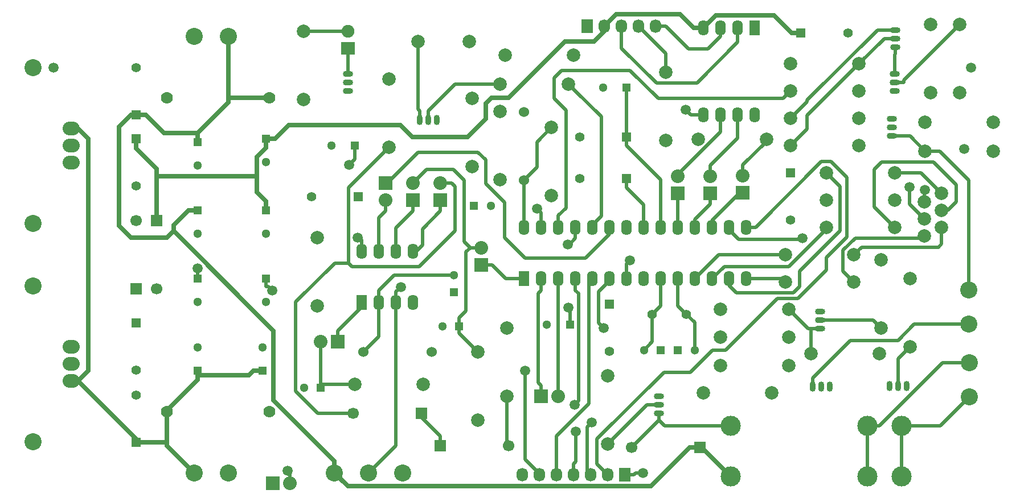
<source format=gbr>
G04 #@! TF.FileFunction,Copper,L2,Bot,Signal*
%FSLAX46Y46*%
G04 Gerber Fmt 4.6, Leading zero omitted, Abs format (unit mm)*
G04 Created by KiCad (PCBNEW no-vcs-found-product) date Tue Sep  6 23:30:38 2016*
%MOMM*%
%LPD*%
G01*
G04 APERTURE LIST*
%ADD10C,0.100000*%
%ADD11C,1.998980*%
%ADD12R,1.300000X1.300000*%
%ADD13C,1.300000*%
%ADD14C,1.524000*%
%ADD15O,0.899160X1.501140*%
%ADD16O,1.501140X0.899160*%
%ADD17R,1.400000X1.400000*%
%ADD18C,1.400000*%
%ADD19C,1.699260*%
%ADD20R,1.699260X1.699260*%
%ADD21O,2.540000X2.032000*%
%ADD22C,2.540000*%
%ADD23C,1.778000*%
%ADD24C,2.000000*%
%ADD25C,1.500000*%
%ADD26R,1.600000X2.300000*%
%ADD27O,1.600000X2.300000*%
%ADD28R,2.000000X1.900000*%
%ADD29C,1.900000*%
%ADD30C,3.000000*%
%ADD31R,1.727200X2.032000*%
%ADD32O,1.727200X2.032000*%
%ADD33C,1.422400*%
%ADD34R,2.032000X2.032000*%
%ADD35O,2.032000X2.032000*%
%ADD36C,0.500000*%
%ADD37C,0.700000*%
G04 APERTURE END LIST*
D10*
D11*
X123444000Y-109220000D03*
X123444000Y-99060000D03*
D12*
X143764000Y-107188000D03*
D13*
X143764000Y-104688000D03*
D14*
X140462000Y-116078000D03*
X130302000Y-116078000D03*
D11*
X129032000Y-120904000D03*
X139192000Y-120904000D03*
D15*
X139954000Y-81534000D03*
X138684000Y-81534000D03*
X141224000Y-81534000D03*
D12*
X146725000Y-94361000D03*
D13*
X149225000Y-94361000D03*
D16*
X128016000Y-75946000D03*
X128016000Y-74676000D03*
X128016000Y-77216000D03*
D17*
X129540000Y-92964000D03*
D18*
X122540000Y-92964000D03*
D11*
X146431000Y-78359000D03*
X146431000Y-88519000D03*
X134112000Y-85598000D03*
X134112000Y-75438000D03*
X150622000Y-80264000D03*
X150622000Y-90424000D03*
X161544000Y-71882000D03*
X151384000Y-71882000D03*
D17*
X169418000Y-84074000D03*
D18*
X162418000Y-84074000D03*
D11*
X150622000Y-76200000D03*
X160782000Y-76200000D03*
X175260000Y-84582000D03*
X175260000Y-74422000D03*
D17*
X169418000Y-90297000D03*
D18*
X162418000Y-90297000D03*
D11*
X158242000Y-82677000D03*
X158242000Y-92837000D03*
D14*
X154114000Y-80391000D03*
X154114000Y-90551000D03*
D19*
X170179480Y-130304540D03*
D20*
X180339480Y-130304540D03*
D16*
X174244000Y-123952000D03*
X174244000Y-125222000D03*
X174244000Y-122682000D03*
D11*
X166624000Y-129794000D03*
X166624000Y-119634000D03*
X211582000Y-115316000D03*
X211582000Y-105156000D03*
X207264000Y-112522000D03*
X207264000Y-102362000D03*
D17*
X166878000Y-108966000D03*
D18*
X166878000Y-115966000D03*
D12*
X177038000Y-115824000D03*
D13*
X179538000Y-115824000D03*
D12*
X174498000Y-115824000D03*
D13*
X171998000Y-115824000D03*
D11*
X193548000Y-118110000D03*
X183388000Y-118110000D03*
D15*
X209804000Y-121158000D03*
X211074000Y-121158000D03*
X208534000Y-121158000D03*
X198374000Y-121285000D03*
X197104000Y-121285000D03*
X199644000Y-121285000D03*
D11*
X190944000Y-122174000D03*
X180784000Y-122174000D03*
X193548000Y-113856000D03*
X183388000Y-113856000D03*
X207010000Y-116332000D03*
X196850000Y-116332000D03*
X203962000Y-77216000D03*
X193802000Y-77216000D03*
X199136000Y-89408000D03*
X209296000Y-89408000D03*
X203962000Y-81280000D03*
X193802000Y-81280000D03*
X193802000Y-85344000D03*
X203962000Y-85344000D03*
X190182000Y-84455000D03*
X180022000Y-84455000D03*
X203962000Y-73152000D03*
X193802000Y-73152000D03*
X214630000Y-77470000D03*
X214630000Y-67310000D03*
X213741000Y-81851500D03*
X223901000Y-81851500D03*
D16*
X209296000Y-75946000D03*
X209296000Y-74676000D03*
X209296000Y-77216000D03*
X209360000Y-69405500D03*
X209360000Y-68135500D03*
X209360000Y-70675500D03*
D11*
X213741000Y-86169500D03*
X223901000Y-86169500D03*
X218948000Y-67310000D03*
X218948000Y-77470000D03*
D16*
X208852000Y-82677000D03*
X208852000Y-83947000D03*
X208852000Y-81407000D03*
X198184000Y-111316000D03*
X198184000Y-112586000D03*
X198184000Y-110046000D03*
D11*
X199136000Y-97536000D03*
X209296000Y-97536000D03*
X193040000Y-105664000D03*
X203200000Y-105664000D03*
X193040000Y-101600000D03*
X203200000Y-101600000D03*
X183388000Y-109728000D03*
X193548000Y-109728000D03*
X209296000Y-93472000D03*
X199136000Y-93472000D03*
D17*
X96520000Y-129540000D03*
D18*
X96520000Y-122540000D03*
D19*
X99570540Y-106680520D03*
D20*
X99570540Y-96520520D03*
D19*
X96517460Y-96519480D03*
D20*
X96517460Y-106679480D03*
D17*
X96520000Y-111760000D03*
D18*
X96520000Y-118760000D03*
D21*
X86868000Y-117856000D03*
X86868000Y-115316000D03*
X86868000Y-120396000D03*
D22*
X81153000Y-106248200D03*
X81153000Y-129463800D03*
D11*
X151638000Y-122682000D03*
X151638000Y-112522000D03*
X147320000Y-126238000D03*
X147320000Y-116078000D03*
D19*
X128777480Y-125224540D03*
D20*
X138937480Y-125224540D03*
D19*
X151892520Y-130045460D03*
D20*
X141732520Y-130045460D03*
D11*
X121412000Y-78486000D03*
X121412000Y-68326000D03*
D23*
X116332000Y-78232000D03*
X101092000Y-78232000D03*
D24*
X146039840Y-69850000D03*
X138440160Y-69850000D03*
D17*
X96520000Y-80772000D03*
D18*
X96520000Y-73772000D03*
D17*
X96520000Y-84328000D03*
D18*
X96520000Y-91328000D03*
D21*
X86868000Y-85344000D03*
X86868000Y-82804000D03*
X86868000Y-87884000D03*
D22*
X81153000Y-73736200D03*
X81153000Y-96951800D03*
D23*
X101092000Y-124968000D03*
X116332000Y-124968000D03*
D17*
X193802000Y-89408000D03*
D18*
X193802000Y-96408000D03*
D17*
X195326000Y-68580000D03*
D18*
X202326000Y-68580000D03*
D25*
X220599000Y-73787000D03*
X84201000Y-73787000D03*
D26*
X130048000Y-108712000D03*
D27*
X132588000Y-108712000D03*
X135128000Y-108712000D03*
X137668000Y-108712000D03*
X137668000Y-101092000D03*
X135128000Y-101092000D03*
X132588000Y-101092000D03*
X130048000Y-101092000D03*
D26*
X154178000Y-105156000D03*
D27*
X156718000Y-105156000D03*
X159258000Y-105156000D03*
X161798000Y-105156000D03*
X164338000Y-105156000D03*
X166878000Y-105156000D03*
X169418000Y-105156000D03*
X171958000Y-105156000D03*
X174498000Y-105156000D03*
X177038000Y-105156000D03*
X179578000Y-105156000D03*
X182118000Y-105156000D03*
X184658000Y-105156000D03*
X187198000Y-105156000D03*
X187198000Y-97536000D03*
X184658000Y-97536000D03*
X182118000Y-97536000D03*
X179578000Y-97536000D03*
X177038000Y-97536000D03*
X174498000Y-97536000D03*
X171958000Y-97536000D03*
X169418000Y-97536000D03*
X166878000Y-97536000D03*
X164338000Y-97536000D03*
X161798000Y-97536000D03*
X159258000Y-97536000D03*
X156718000Y-97536000D03*
X154178000Y-97536000D03*
D13*
X105664000Y-108656000D03*
D12*
X105664000Y-105156000D03*
D13*
X105664000Y-115372000D03*
D12*
X105664000Y-118872000D03*
D13*
X115316000Y-115372000D03*
D12*
X115316000Y-118872000D03*
D13*
X115824000Y-108656000D03*
D12*
X115824000Y-105156000D03*
D13*
X105664000Y-88336000D03*
D12*
X105664000Y-84836000D03*
D13*
X105664000Y-98496000D03*
D12*
X105664000Y-94996000D03*
D13*
X115824000Y-87828000D03*
D12*
X115824000Y-84328000D03*
D13*
X115824000Y-98496000D03*
D12*
X115824000Y-94996000D03*
D13*
X157536000Y-112014000D03*
D12*
X161036000Y-112014000D03*
D13*
X165918000Y-76708000D03*
D12*
X169418000Y-76708000D03*
D13*
X125532000Y-85344000D03*
D12*
X129032000Y-85344000D03*
X144526000Y-112268000D03*
D13*
X142026000Y-112268000D03*
D22*
X105156000Y-134112000D03*
X110236000Y-134112000D03*
X110236000Y-69088000D03*
X105156000Y-69088000D03*
X220282000Y-111950000D03*
X220282000Y-106870000D03*
X220345000Y-122809000D03*
X220345000Y-117729000D03*
D28*
X128016000Y-70866000D03*
D29*
X128016000Y-68326000D03*
D26*
X188468000Y-67818000D03*
D27*
X185928000Y-67818000D03*
X183388000Y-67818000D03*
X180848000Y-67818000D03*
X180848000Y-80772000D03*
X183388000Y-80772000D03*
X185928000Y-80772000D03*
X188468000Y-80772000D03*
D24*
X213678000Y-98806000D03*
X216218000Y-97536000D03*
X213678000Y-96266000D03*
X216218000Y-94996000D03*
X213678000Y-93726000D03*
X216218000Y-92456000D03*
D30*
X184912000Y-127120000D03*
X184912000Y-134620000D03*
X205212000Y-134620000D03*
X205212000Y-127120000D03*
X210252000Y-134620000D03*
X210252000Y-127120000D03*
D31*
X169164000Y-134366000D03*
D32*
X166624000Y-134366000D03*
X164084000Y-134366000D03*
X161544000Y-134366000D03*
X159004000Y-134366000D03*
X156464000Y-134366000D03*
X153924000Y-134366000D03*
D33*
X173228000Y-110490000D03*
X178308000Y-110490000D03*
D34*
X116840000Y-135636000D03*
D35*
X119380000Y-135636000D03*
D34*
X181864000Y-92456000D03*
D35*
X181864000Y-89916000D03*
D34*
X186690000Y-92392500D03*
D35*
X186690000Y-89852500D03*
D34*
X156718000Y-122682000D03*
D35*
X159258000Y-122682000D03*
D34*
X177038000Y-92456000D03*
D35*
X177038000Y-89916000D03*
D34*
X133604000Y-90932000D03*
D35*
X133604000Y-93472000D03*
D34*
X137668000Y-93472000D03*
D35*
X137668000Y-90932000D03*
D34*
X141732000Y-93472000D03*
D35*
X141732000Y-90932000D03*
D34*
X126492000Y-114554000D03*
D35*
X123952000Y-114554000D03*
D34*
X147828000Y-103124000D03*
D35*
X147828000Y-100584000D03*
D22*
X125984000Y-134112000D03*
X131064000Y-134112000D03*
X136144000Y-134112000D03*
D12*
X123952000Y-121412000D03*
D13*
X121452000Y-121412000D03*
D31*
X163576000Y-67564000D03*
D32*
X166116000Y-67564000D03*
X168656000Y-67564000D03*
X171196000Y-67564000D03*
X173736000Y-67564000D03*
D25*
X219583000Y-85852000D03*
X211455000Y-91567000D03*
X178181000Y-80010000D03*
X169926000Y-102489000D03*
X116703800Y-106906000D03*
X119032100Y-133737200D03*
X128180200Y-88266900D03*
X129426600Y-99034500D03*
X105597000Y-103642900D03*
X213726400Y-91953700D03*
X171854100Y-134156200D03*
X160772200Y-109504300D03*
X160655000Y-100076000D03*
X156083000Y-94742008D03*
X135859800Y-106391900D03*
X161693600Y-123991500D03*
X161833300Y-127892800D03*
X165989000Y-112522000D03*
X154305000Y-118872000D03*
X164211000Y-126619000D03*
X195580000Y-99187000D03*
D36*
X213678000Y-96266000D02*
X211455000Y-94043000D01*
X211455000Y-94043000D02*
X211455000Y-91567000D01*
D37*
X102075700Y-98070500D02*
X101086200Y-99060000D01*
X101086200Y-99060000D02*
X95758000Y-99060000D01*
X95758000Y-99060000D02*
X93980000Y-97282000D01*
X93980000Y-97282000D02*
X93980000Y-82550000D01*
X93980000Y-82550000D02*
X95758000Y-80772000D01*
X95758000Y-80772000D02*
X97220200Y-80772000D01*
X125984000Y-134112000D02*
X127970000Y-136098000D01*
X127970000Y-136098000D02*
X172996100Y-136098000D01*
X180596500Y-130304500D02*
X184912000Y-134620000D01*
X172996100Y-136098000D02*
X178789600Y-130304500D01*
X178789600Y-130304500D02*
X180596500Y-130304500D01*
X105664000Y-84836000D02*
X105664000Y-83485700D01*
X116332000Y-78232000D02*
X110236000Y-78232000D01*
X110236000Y-69088000D02*
X110236000Y-78232000D01*
X110236000Y-78913700D02*
X105664000Y-83485700D01*
X110236000Y-78232000D02*
X110236000Y-78913700D01*
X100634000Y-83485700D02*
X97920300Y-80772000D01*
X105664000Y-83485700D02*
X100634000Y-83485700D01*
X96520000Y-80772000D02*
X97220200Y-80772000D01*
X97220200Y-80772000D02*
X97920300Y-80772000D01*
X105664000Y-94996000D02*
X104313700Y-94996000D01*
X102075700Y-97234000D02*
X104313700Y-94996000D01*
X102075700Y-98070500D02*
X102075700Y-97234000D01*
X125984000Y-132372200D02*
X125984000Y-134112000D01*
X116922700Y-123310900D02*
X125984000Y-132372200D01*
X116922700Y-112917500D02*
X116922700Y-123310900D01*
X102075700Y-98070500D02*
X116922700Y-112917500D01*
X86868000Y-82804000D02*
X87884000Y-82804000D01*
X89408000Y-84328000D02*
X89408000Y-118841200D01*
X87884000Y-82804000D02*
X89408000Y-84328000D01*
X89408000Y-118841200D02*
X87853200Y-120396000D01*
X96520000Y-129540000D02*
X96520000Y-129062800D01*
X96520000Y-129062800D02*
X87853200Y-120396000D01*
X101092000Y-124794300D02*
X101092000Y-124968000D01*
X105664000Y-120222300D02*
X101092000Y-124794300D01*
X96520000Y-129540000D02*
X97920300Y-129540000D01*
X101092000Y-129540000D02*
X97920300Y-129540000D01*
X101092000Y-129540000D02*
X101092000Y-124968000D01*
X101092000Y-130048000D02*
X101092000Y-129540000D01*
X105156000Y-134112000D02*
X101092000Y-130048000D01*
X86868000Y-120396000D02*
X87853200Y-120396000D01*
X105664000Y-118872000D02*
X105664000Y-119547100D01*
X105664000Y-119547100D02*
X105664000Y-120222300D01*
X113290600Y-119547100D02*
X113965700Y-118872000D01*
X105664000Y-119547100D02*
X113290600Y-119547100D01*
X115316000Y-118872000D02*
X113965700Y-118872000D01*
X166116000Y-67564000D02*
X166116000Y-68326000D01*
X166116000Y-68326000D02*
X164592000Y-69850000D01*
X164592000Y-69850000D02*
X160274000Y-69850000D01*
X160274000Y-69850000D02*
X151892000Y-78232000D01*
X151892000Y-78232000D02*
X149352000Y-78232000D01*
X149352000Y-78232000D02*
X148463000Y-79121000D01*
X148463000Y-79121000D02*
X148463000Y-81407000D01*
X148463000Y-81407000D02*
X145796000Y-84074000D01*
X145796000Y-84074000D02*
X137541000Y-84074000D01*
X137541000Y-84074000D02*
X135763000Y-82296000D01*
X135763000Y-82296000D02*
X119206300Y-82296000D01*
X119206300Y-82296000D02*
X117174300Y-84328000D01*
X117174300Y-84328000D02*
X115824000Y-84328000D01*
X191313300Y-65967600D02*
X193925700Y-68580000D01*
X182698400Y-65967600D02*
X191313300Y-65967600D01*
X180848000Y-67818000D02*
X182698400Y-65967600D01*
X195326000Y-68580000D02*
X193925700Y-68580000D01*
X180848000Y-67818000D02*
X179347700Y-67818000D01*
X115824000Y-94996000D02*
X115824000Y-93645700D01*
X167875700Y-65804300D02*
X166116000Y-67564000D01*
X177334000Y-65804300D02*
X167875700Y-65804300D01*
X179347700Y-67818000D02*
X177334000Y-65804300D01*
X115824000Y-84328000D02*
X115824000Y-85678300D01*
X96520000Y-84328000D02*
X96520000Y-85728300D01*
X99570500Y-88778800D02*
X99570500Y-89927600D01*
X96520000Y-85728300D02*
X99570500Y-88778800D01*
X99570500Y-89927600D02*
X99570500Y-96520500D01*
X114473700Y-89927600D02*
X99570500Y-89927600D01*
X114473700Y-87028600D02*
X114473700Y-89927600D01*
X115824000Y-85678300D02*
X114473700Y-87028600D01*
X114473700Y-92295400D02*
X115824000Y-93645700D01*
X114473700Y-89927600D02*
X114473700Y-92295400D01*
D36*
X178930999Y-80759999D02*
X178181000Y-80010000D01*
X178943000Y-80772000D02*
X178930999Y-80759999D01*
X180848000Y-80772000D02*
X178943000Y-80772000D01*
X169418000Y-102997000D02*
X169926000Y-102489000D01*
X169418000Y-105156000D02*
X169418000Y-102997000D01*
X116103800Y-106306000D02*
X115824000Y-106306000D01*
X116703800Y-106906000D02*
X116103800Y-106306000D01*
X115824000Y-105156000D02*
X115824000Y-106306000D01*
X119380000Y-134085100D02*
X119380000Y-135636000D01*
X119032100Y-133737200D02*
X119380000Y-134085100D01*
X129032000Y-87415100D02*
X129032000Y-85344000D01*
X128180200Y-88266900D02*
X129032000Y-87415100D01*
X129834100Y-99442000D02*
X130048000Y-99442000D01*
X129426600Y-99034500D02*
X129834100Y-99442000D01*
X130048000Y-101092000D02*
X130048000Y-99442000D01*
X105597000Y-103939000D02*
X105664000Y-104006000D01*
X105597000Y-103642900D02*
X105597000Y-103939000D01*
X105664000Y-105156000D02*
X105664000Y-104006000D01*
X213678000Y-92002100D02*
X213678000Y-93726000D01*
X213726400Y-91953700D02*
X213678000Y-92002100D01*
X170737400Y-134156200D02*
X170527600Y-134366000D01*
X171854100Y-134156200D02*
X170737400Y-134156200D01*
X169164000Y-134366000D02*
X170527600Y-134366000D01*
X161036000Y-109768100D02*
X161036000Y-112014000D01*
X160772200Y-109504300D02*
X161036000Y-109768100D01*
X174498000Y-90454300D02*
X169418000Y-85374300D01*
X174498000Y-97536000D02*
X174498000Y-90454300D01*
X169418000Y-84074000D02*
X169418000Y-85374300D01*
X169418000Y-84074000D02*
X169418000Y-76708000D01*
X171958000Y-94137300D02*
X169418000Y-91597300D01*
X171958000Y-97536000D02*
X171958000Y-94137300D01*
X169418000Y-90297000D02*
X169418000Y-91597300D01*
X123952000Y-120904000D02*
X129032000Y-120904000D01*
X123952000Y-121412000D02*
X123952000Y-120904000D01*
X123952000Y-120904000D02*
X123952000Y-114554000D01*
X146174500Y-100584000D02*
X145288000Y-99697500D01*
X145288000Y-99697500D02*
X145288000Y-90551000D01*
X145288000Y-90551000D02*
X143637000Y-88900000D01*
X143637000Y-88900000D02*
X139700000Y-88900000D01*
X139700000Y-88900000D02*
X138683999Y-89916001D01*
X138683999Y-89916001D02*
X137668000Y-90932000D01*
X146174500Y-100584000D02*
X145542000Y-101216500D01*
X145542000Y-101216500D02*
X145542000Y-110001700D01*
X145542000Y-110001700D02*
X144526000Y-111017700D01*
X144526000Y-111017700D02*
X144526000Y-112268000D01*
X144526000Y-112268000D02*
X144526000Y-113284000D01*
X144526000Y-113284000D02*
X147320000Y-116078000D01*
X147828000Y-100584000D02*
X146424300Y-100584000D01*
X146424300Y-100584000D02*
X146174500Y-100584000D01*
X132588000Y-113792000D02*
X132588000Y-108712000D01*
X130302000Y-116078000D02*
X132588000Y-113792000D01*
X134861700Y-104688000D02*
X132588000Y-106961700D01*
X143764000Y-104688000D02*
X134861700Y-104688000D01*
X132588000Y-108712000D02*
X132588000Y-106961700D01*
X154114000Y-90551000D02*
X156083000Y-88582000D01*
X156083000Y-88582000D02*
X156083000Y-84836000D01*
X156083000Y-84836000D02*
X158242000Y-82677000D01*
X154114000Y-95721700D02*
X154114000Y-90551000D01*
X154178000Y-95785700D02*
X154114000Y-95721700D01*
X154178000Y-97536000D02*
X154178000Y-95785700D01*
X174498000Y-109220000D02*
X173228000Y-110490000D01*
X174498000Y-105156000D02*
X174498000Y-109220000D01*
X173228000Y-114594000D02*
X171998000Y-115824000D01*
X173228000Y-110490000D02*
X173228000Y-114594000D01*
X177038000Y-109220000D02*
X178308000Y-110490000D01*
X177038000Y-105156000D02*
X177038000Y-109220000D01*
X179538000Y-111720000D02*
X178308000Y-110490000D01*
X179538000Y-115824000D02*
X179538000Y-111720000D01*
X128076300Y-102845000D02*
X128609300Y-103378000D01*
X128609300Y-103378000D02*
X138557000Y-103378000D01*
X138557000Y-103378000D02*
X143891000Y-98044000D01*
X143891000Y-98044000D02*
X143891000Y-91440000D01*
X143891000Y-91440000D02*
X143383000Y-90932000D01*
X143383000Y-90932000D02*
X141732000Y-90932000D01*
X128076300Y-102845000D02*
X126009000Y-102845000D01*
X126009000Y-102845000D02*
X120182900Y-108671100D01*
X120182900Y-108671100D02*
X120182900Y-121948600D01*
X120182900Y-121948600D02*
X123458800Y-125224500D01*
X123458800Y-125224500D02*
X128777500Y-125224500D01*
X128076300Y-91633700D02*
X128076300Y-102845000D01*
X134112000Y-85598000D02*
X128076300Y-91633700D01*
X138937500Y-125224500D02*
X138937500Y-124968500D01*
X138937500Y-124968500D02*
X138938000Y-124968000D01*
X138938000Y-125801100D02*
X141732500Y-128595600D01*
X138938000Y-124968000D02*
X138938000Y-125801100D01*
X141732500Y-128595600D02*
X141732500Y-130045500D01*
X172466000Y-123952000D02*
X166624000Y-129794000D01*
X174244000Y-123952000D02*
X172466000Y-123952000D01*
X160908000Y-100076000D02*
X160655000Y-100076000D01*
X161798000Y-99186000D02*
X160908000Y-100076000D01*
X161798000Y-97536000D02*
X161798000Y-99186000D01*
X128016000Y-70866000D02*
X128016000Y-74676000D01*
X128016000Y-68326000D02*
X121412000Y-68326000D01*
X175092100Y-127120000D02*
X174244000Y-126271900D01*
X184912000Y-127120000D02*
X175092100Y-127120000D01*
X174244000Y-125222000D02*
X174244000Y-126271900D01*
X174212100Y-126271900D02*
X174244000Y-126271900D01*
X170179500Y-130304500D02*
X174212100Y-126271900D01*
X151476300Y-105156000D02*
X149444300Y-103124000D01*
X154178000Y-105156000D02*
X151476300Y-105156000D01*
X147828000Y-103124000D02*
X149444300Y-103124000D01*
X156718000Y-105156000D02*
X156718000Y-106906300D01*
X156718000Y-122682000D02*
X156718000Y-121065700D01*
X156283800Y-107340500D02*
X156718000Y-106906300D01*
X156283800Y-120631500D02*
X156283800Y-107340500D01*
X156718000Y-121065700D02*
X156283800Y-120631500D01*
X159258000Y-106906300D02*
X159258000Y-121065700D01*
X159258000Y-105156000D02*
X159258000Y-106906300D01*
X159258000Y-122682000D02*
X159258000Y-121065700D01*
X216218000Y-97536000D02*
X216218000Y-100012000D01*
X216218000Y-100012000D02*
X215758900Y-100471100D01*
X215758900Y-100471100D02*
X204328900Y-100471100D01*
X204328900Y-100471100D02*
X203200000Y-101600000D01*
X216218000Y-94996000D02*
X217170000Y-94996000D01*
X217170000Y-94996000D02*
X218440000Y-93726000D01*
X218440000Y-93726000D02*
X218440000Y-91186000D01*
X215062100Y-87808100D02*
X207339900Y-87808100D01*
X218440000Y-91186000D02*
X215062100Y-87808100D01*
X206248000Y-88900000D02*
X206248000Y-94488000D01*
X206248000Y-94488000D02*
X209296000Y-97536000D01*
X207339900Y-87808100D02*
X206248000Y-88900000D01*
X213170000Y-89408000D02*
X209296000Y-89408000D01*
X216218000Y-92456000D02*
X213170000Y-89408000D01*
X186690000Y-92392500D02*
X186245500Y-92392500D01*
X186245500Y-92392500D02*
X182118000Y-96520000D01*
X182118000Y-96520000D02*
X182118000Y-97536000D01*
X179578000Y-97536000D02*
X179578000Y-96358300D01*
X179578000Y-96358300D02*
X181864000Y-94072300D01*
X181864000Y-94072300D02*
X181864000Y-92456000D01*
X177038000Y-97536000D02*
X177038000Y-92456000D01*
X133604000Y-90932000D02*
X133858000Y-90932000D01*
X133858000Y-90932000D02*
X138430000Y-86360000D01*
X138430000Y-86360000D02*
X147320000Y-86360000D01*
X147320000Y-86360000D02*
X148463100Y-87503100D01*
X148463100Y-87503100D02*
X148463100Y-91059100D01*
X148463100Y-91059100D02*
X151257000Y-93853000D01*
X151257000Y-93853000D02*
X151257000Y-99060000D01*
X151257000Y-99060000D02*
X154305000Y-102108000D01*
X166878000Y-98552000D02*
X166878000Y-97536000D01*
X154305000Y-102108000D02*
X163322000Y-102108000D01*
X163322000Y-102108000D02*
X166878000Y-98552000D01*
X164338000Y-97186000D02*
X165638000Y-95886000D01*
X165638000Y-81056000D02*
X161781489Y-77199489D01*
X165638000Y-95886000D02*
X165638000Y-81056000D01*
X164338000Y-97536000D02*
X164338000Y-97186000D01*
X161781489Y-77199489D02*
X160782000Y-76200000D01*
X159258000Y-97536000D02*
X159258000Y-95785700D01*
X159258000Y-95785700D02*
X160401000Y-94642700D01*
X160401000Y-94642700D02*
X160401000Y-80137000D01*
X160401000Y-80137000D02*
X158623000Y-78359000D01*
X158623000Y-78359000D02*
X158623000Y-75311000D01*
X158623000Y-75311000D02*
X159766000Y-74168000D01*
X174117000Y-78359000D02*
X192659000Y-78359000D01*
X192659000Y-78359000D02*
X193802000Y-77216000D01*
X159766000Y-74168000D02*
X169926000Y-74168000D01*
X169926000Y-74168000D02*
X174117000Y-78359000D01*
X156718000Y-95377008D02*
X156083000Y-94742008D01*
X156718000Y-97536000D02*
X156718000Y-95377008D01*
X130048000Y-108712000D02*
X130048000Y-109381700D01*
X130048000Y-109381700D02*
X126492000Y-112937700D01*
X126492000Y-112937700D02*
X126492000Y-114554000D01*
X135128000Y-108712000D02*
X135128000Y-107123700D01*
X135128000Y-107123700D02*
X135859800Y-106391900D01*
X135128000Y-130048000D02*
X135128000Y-108712000D01*
X131064000Y-134112000D02*
X135128000Y-130048000D01*
X137668000Y-101092000D02*
X138176000Y-101092000D01*
X138176000Y-101092000D02*
X139068300Y-100199700D01*
X139068300Y-100199700D02*
X139068300Y-97752000D01*
X139068300Y-97752000D02*
X141732000Y-95088300D01*
X141732000Y-95088300D02*
X141732000Y-93472000D01*
X135128000Y-97628300D02*
X137668000Y-95088300D01*
X135128000Y-101092000D02*
X135128000Y-97628300D01*
X137668000Y-93472000D02*
X137668000Y-95088300D01*
X132588000Y-96104300D02*
X133604000Y-95088300D01*
X132588000Y-101092000D02*
X132588000Y-96104300D01*
X133604000Y-93472000D02*
X133604000Y-95088300D01*
X202685600Y-114352500D02*
X197104000Y-119934100D01*
X209751500Y-114352500D02*
X202685600Y-114352500D01*
X212154000Y-111950000D02*
X209751500Y-114352500D01*
X220282000Y-111950000D02*
X212154000Y-111950000D01*
X197104000Y-121285000D02*
X197104000Y-119934100D01*
X220282000Y-106870000D02*
X220282000Y-90488000D01*
X220282000Y-90488000D02*
X215963500Y-86169500D01*
X215963500Y-86169500D02*
X213741000Y-86169500D01*
X211518500Y-83947000D02*
X213741000Y-86169500D01*
X208852000Y-83947000D02*
X211518500Y-83947000D01*
X177038000Y-89916000D02*
X177038000Y-89704100D01*
X183388000Y-83354100D02*
X183388000Y-80772000D01*
X177038000Y-89704100D02*
X183388000Y-83354100D01*
X190182000Y-84744200D02*
X190182000Y-84455000D01*
X186690000Y-88236200D02*
X190182000Y-84744200D01*
X186690000Y-89852500D02*
X186690000Y-88236200D01*
X185928000Y-84235700D02*
X181864000Y-88299700D01*
X185928000Y-80772000D02*
X185928000Y-84235700D01*
X181864000Y-89916000D02*
X181864000Y-88299700D01*
X183388000Y-67818000D02*
X183388000Y-69088000D01*
X183388000Y-69088000D02*
X181483000Y-70993000D01*
X181483000Y-70993000D02*
X178628900Y-70993000D01*
X178628900Y-70993000D02*
X175199900Y-67564000D01*
X175199900Y-67564000D02*
X173736000Y-67564000D01*
X175260000Y-71628000D02*
X175260000Y-74422000D01*
X171196000Y-67564000D02*
X175260000Y-71628000D01*
X168656000Y-67564000D02*
X168656000Y-70866000D01*
X168656000Y-70866000D02*
X173839300Y-76049300D01*
X173839300Y-76049300D02*
X179855700Y-76049300D01*
X179855700Y-76049300D02*
X185928000Y-69977000D01*
X185928000Y-69977000D02*
X185928000Y-67818000D01*
X206058000Y-111316000D02*
X207264000Y-112522000D01*
X198184000Y-111316000D02*
X206058000Y-111316000D01*
X196850000Y-112586000D02*
X196850000Y-116332000D01*
X196406000Y-112586000D02*
X196850000Y-112586000D01*
X193548000Y-109728000D02*
X196406000Y-112586000D01*
X196850000Y-112586000D02*
X198184000Y-112586000D01*
X209804000Y-117094000D02*
X211582000Y-115316000D01*
X209804000Y-121158000D02*
X209804000Y-117094000D01*
X207708500Y-69405500D02*
X203962000Y-73152000D01*
X209360000Y-69405500D02*
X207708500Y-69405500D01*
X196266100Y-82879900D02*
X193802000Y-85344000D01*
X196266100Y-80847900D02*
X196266100Y-82879900D01*
X203962000Y-73152000D02*
X196266100Y-80847900D01*
X196266100Y-78815900D02*
X193802000Y-81280000D01*
X196266200Y-78815900D02*
X196266100Y-78815900D01*
X196266200Y-78583400D02*
X196266200Y-78815900D01*
X206714100Y-68135500D02*
X196266200Y-78583400D01*
X209360000Y-68135500D02*
X206714100Y-68135500D01*
X209296000Y-71789400D02*
X209296000Y-74676000D01*
X209360000Y-71725400D02*
X209296000Y-71789400D01*
X209360000Y-70675500D02*
X209360000Y-71725400D01*
X210646900Y-75611100D02*
X218948000Y-67310000D01*
X210646900Y-75946000D02*
X210646900Y-75611100D01*
X209296000Y-75946000D02*
X210646900Y-75946000D01*
X143937100Y-76200000D02*
X150622000Y-76200000D01*
X139954000Y-80183100D02*
X143937100Y-76200000D01*
X139954000Y-81534000D02*
X139954000Y-80183100D01*
X138440200Y-79939300D02*
X138684000Y-80183100D01*
X138440200Y-69850000D02*
X138440200Y-79939300D01*
X138684000Y-81534000D02*
X138684000Y-80183100D01*
X183134000Y-101600000D02*
X193040000Y-101600000D01*
X179578000Y-105156000D02*
X183134000Y-101600000D01*
X199136000Y-97784800D02*
X199136000Y-97536000D01*
X193558800Y-103362000D02*
X199136000Y-97784800D01*
X183912000Y-103362000D02*
X193558800Y-103362000D01*
X182118000Y-105156000D02*
X183912000Y-103362000D01*
X184658000Y-105156000D02*
X184658000Y-106172000D01*
X184658000Y-106172000D02*
X185759400Y-107273400D01*
X195144400Y-106353600D02*
X195144400Y-104067600D01*
X185759400Y-107273400D02*
X194224600Y-107273400D01*
X201168000Y-98044000D02*
X201168000Y-91440000D01*
X201168000Y-91440000D02*
X199136000Y-89408000D01*
X194224600Y-107273400D02*
X195144400Y-106353600D01*
X195144400Y-104067600D02*
X201168000Y-98044000D01*
X192532000Y-105156000D02*
X193040000Y-105664000D01*
X187198000Y-105156000D02*
X192532000Y-105156000D01*
X201598600Y-104062600D02*
X203200000Y-105664000D01*
X201598600Y-100921600D02*
X201598600Y-104062600D01*
X203384300Y-99135900D02*
X201598600Y-100921600D01*
X213348100Y-99135900D02*
X203384300Y-99135900D01*
X213678000Y-98806000D02*
X213348100Y-99135900D01*
X151638000Y-129791000D02*
X151638000Y-122682000D01*
X151892500Y-130045500D02*
X151638000Y-129791000D01*
X210252000Y-127120000D02*
X210252000Y-134620000D01*
X216034000Y-127120000D02*
X220345000Y-122809000D01*
X210252000Y-127120000D02*
X216034000Y-127120000D01*
X162286400Y-123398700D02*
X161693600Y-123991500D01*
X162286400Y-107394700D02*
X162286400Y-123398700D01*
X161798000Y-106906300D02*
X162286400Y-107394700D01*
X161833300Y-132460400D02*
X161544000Y-132749700D01*
X161833300Y-127892800D02*
X161833300Y-132460400D01*
X161544000Y-134366000D02*
X161544000Y-132749700D01*
X161798000Y-105156000D02*
X161798000Y-106906300D01*
X164338000Y-105156000D02*
X163830000Y-105664000D01*
X163830000Y-105664000D02*
X163830000Y-123796600D01*
X163830000Y-123796600D02*
X159004000Y-128622600D01*
X159004000Y-128622600D02*
X159004000Y-134366000D01*
X165239001Y-107144999D02*
X165239001Y-111772001D01*
X166878000Y-105506000D02*
X165239001Y-107144999D01*
X166878000Y-105156000D02*
X166878000Y-105506000D01*
X165239001Y-111772001D02*
X165989000Y-112522000D01*
X154305000Y-132054600D02*
X154305000Y-119932660D01*
X156464000Y-134213600D02*
X154305000Y-132054600D01*
X156464000Y-134366000D02*
X156464000Y-134213600D01*
X154305000Y-119932660D02*
X154305000Y-118872000D01*
X187198000Y-97536000D02*
X188598300Y-97536000D01*
X188598300Y-97536000D02*
X198380800Y-87753500D01*
X198380800Y-87753500D02*
X199817800Y-87753500D01*
X199817800Y-87753500D02*
X202184000Y-90119700D01*
X174955100Y-119126000D02*
X165011100Y-129070000D01*
X202184000Y-90119700D02*
X202184000Y-98936600D01*
X191826000Y-108123900D02*
X184125900Y-115824000D01*
X202184000Y-98936600D02*
X199136000Y-101984600D01*
X199136000Y-101984600D02*
X199136000Y-103886000D01*
X199136000Y-103886000D02*
X194898100Y-108123900D01*
X194898100Y-108123900D02*
X191826000Y-108123900D01*
X184125900Y-115824000D02*
X182179800Y-115824000D01*
X182179800Y-115824000D02*
X178877800Y-119126000D01*
X178877800Y-119126000D02*
X174955100Y-119126000D01*
X165011100Y-129070000D02*
X165011100Y-132753100D01*
X165011100Y-132753100D02*
X166624000Y-134366000D01*
X164211000Y-126619000D02*
X163576000Y-127254000D01*
X184658000Y-97536000D02*
X184658000Y-97886000D01*
X184658000Y-97886000D02*
X186058010Y-99286010D01*
X186058010Y-99286010D02*
X195480990Y-99286010D01*
X195480990Y-99286010D02*
X195580000Y-99187000D01*
X163576000Y-127254000D02*
X163576000Y-133858000D01*
X163576000Y-133858000D02*
X164084000Y-134366000D01*
X216391500Y-117729000D02*
X220345000Y-117729000D01*
X207000500Y-127120000D02*
X216391500Y-117729000D01*
X205212000Y-127120000D02*
X207000500Y-127120000D01*
X205212000Y-127120000D02*
X205212000Y-134620000D01*
M02*

</source>
